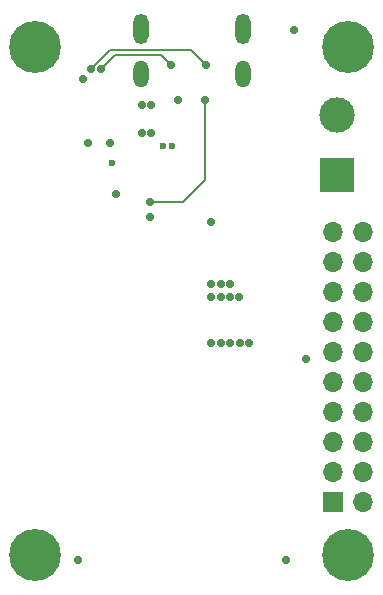
<source format=gbr>
%TF.GenerationSoftware,KiCad,Pcbnew,8.0.6*%
%TF.CreationDate,2024-11-24T23:38:19+01:00*%
%TF.ProjectId,ecad,65636164-2e6b-4696-9361-645f70636258,rev?*%
%TF.SameCoordinates,Original*%
%TF.FileFunction,Copper,L4,Bot*%
%TF.FilePolarity,Positive*%
%FSLAX46Y46*%
G04 Gerber Fmt 4.6, Leading zero omitted, Abs format (unit mm)*
G04 Created by KiCad (PCBNEW 8.0.6) date 2024-11-24 23:38:19*
%MOMM*%
%LPD*%
G01*
G04 APERTURE LIST*
%TA.AperFunction,ComponentPad*%
%ADD10R,3.000000X3.000000*%
%TD*%
%TA.AperFunction,ComponentPad*%
%ADD11C,3.000000*%
%TD*%
%TA.AperFunction,ComponentPad*%
%ADD12C,2.600000*%
%TD*%
%TA.AperFunction,ConnectorPad*%
%ADD13C,4.400000*%
%TD*%
%TA.AperFunction,ComponentPad*%
%ADD14O,1.300000X2.300000*%
%TD*%
%TA.AperFunction,ComponentPad*%
%ADD15O,1.300000X2.600000*%
%TD*%
%TA.AperFunction,ComponentPad*%
%ADD16R,1.700000X1.700000*%
%TD*%
%TA.AperFunction,ComponentPad*%
%ADD17O,1.700000X1.700000*%
%TD*%
%TA.AperFunction,ViaPad*%
%ADD18C,0.700000*%
%TD*%
%TA.AperFunction,ViaPad*%
%ADD19C,0.600000*%
%TD*%
%TA.AperFunction,Conductor*%
%ADD20C,0.200000*%
%TD*%
G04 APERTURE END LIST*
D10*
%TO.P,J3,1,Pin_1*%
%TO.N,VCC*%
X116900000Y-161015000D03*
D11*
%TO.P,J3,2,Pin_2*%
%TO.N,GND*%
X116900000Y-155935000D03*
%TD*%
D12*
%TO.P,H2,1*%
%TO.N,N/C*%
X91300000Y-193175000D03*
D13*
X91300000Y-193175000D03*
%TD*%
D12*
%TO.P,H4,1*%
%TO.N,N/C*%
X91300000Y-150175000D03*
D13*
X91300000Y-150175000D03*
%TD*%
D12*
%TO.P,H3,1*%
%TO.N,N/C*%
X117800000Y-150175000D03*
D13*
X117800000Y-150175000D03*
%TD*%
D12*
%TO.P,H1,1*%
%TO.N,N/C*%
X117800000Y-193175000D03*
D13*
X117800000Y-193175000D03*
%TD*%
D14*
%TO.P,J1,S1,SHIELD*%
%TO.N,GND*%
X108870000Y-152485000D03*
D15*
X108870000Y-148660000D03*
D14*
X100230000Y-152485000D03*
D15*
X100230000Y-148660000D03*
%TD*%
D16*
%TO.P,J4,1,Pin_1*%
%TO.N,unconnected-(J4-Pin_1-Pad1)*%
X116510000Y-188725000D03*
D17*
%TO.P,J4,2,Pin_2*%
%TO.N,unconnected-(J4-Pin_2-Pad2)*%
X119050000Y-188725000D03*
%TO.P,J4,3,Pin_3*%
%TO.N,unconnected-(J4-Pin_3-Pad3)*%
X116510000Y-186185000D03*
%TO.P,J4,4,Pin_4*%
%TO.N,unconnected-(J4-Pin_4-Pad4)*%
X119050000Y-186185000D03*
%TO.P,J4,5,Pin_5*%
%TO.N,unconnected-(J4-Pin_5-Pad5)*%
X116510000Y-183645000D03*
%TO.P,J4,6,Pin_6*%
%TO.N,unconnected-(J4-Pin_6-Pad6)*%
X119050000Y-183645000D03*
%TO.P,J4,7,Pin_7*%
%TO.N,unconnected-(J4-Pin_7-Pad7)*%
X116510000Y-181105000D03*
%TO.P,J4,8,Pin_8*%
%TO.N,unconnected-(J4-Pin_8-Pad8)*%
X119050000Y-181105000D03*
%TO.P,J4,9,Pin_9*%
%TO.N,unconnected-(J4-Pin_9-Pad9)*%
X116510000Y-178565000D03*
%TO.P,J4,10,Pin_10*%
%TO.N,unconnected-(J4-Pin_10-Pad10)*%
X119050000Y-178565000D03*
%TO.P,J4,11,Pin_11*%
%TO.N,unconnected-(J4-Pin_11-Pad11)*%
X116510000Y-176025000D03*
%TO.P,J4,12,Pin_12*%
%TO.N,unconnected-(J4-Pin_12-Pad12)*%
X119050000Y-176025000D03*
%TO.P,J4,13,Pin_13*%
%TO.N,unconnected-(J4-Pin_13-Pad13)*%
X116510000Y-173485000D03*
%TO.P,J4,14,Pin_14*%
%TO.N,unconnected-(J4-Pin_14-Pad14)*%
X119050000Y-173485000D03*
%TO.P,J4,15,Pin_15*%
%TO.N,unconnected-(J4-Pin_15-Pad15)*%
X116510000Y-170945000D03*
%TO.P,J4,16,Pin_16*%
%TO.N,unconnected-(J4-Pin_16-Pad16)*%
X119050000Y-170945000D03*
%TO.P,J4,17,Pin_17*%
%TO.N,unconnected-(J4-Pin_17-Pad17)*%
X116510000Y-168405000D03*
%TO.P,J4,18,Pin_18*%
%TO.N,unconnected-(J4-Pin_18-Pad18)*%
X119050000Y-168405000D03*
%TO.P,J4,19,Pin_19*%
%TO.N,unconnected-(J4-Pin_19-Pad19)*%
X116510000Y-165865000D03*
%TO.P,J4,20,Pin_20*%
%TO.N,unconnected-(J4-Pin_20-Pad20)*%
X119050000Y-165865000D03*
%TD*%
D18*
%TO.N,GND*%
X94950000Y-193575000D03*
X112550000Y-193575000D03*
D19*
X97800000Y-159975000D03*
D18*
X107800000Y-171375000D03*
X97600000Y-158325000D03*
X106200000Y-165025000D03*
X100350000Y-155125000D03*
X107000000Y-170275000D03*
X108600000Y-171375000D03*
X107800000Y-170275000D03*
X101150000Y-157425000D03*
X95349999Y-152878907D03*
X113200000Y-148775000D03*
X100350000Y-157425000D03*
X95800000Y-158325000D03*
X98165000Y-162625000D03*
X106200000Y-170275000D03*
X101150000Y-155125000D03*
X107000000Y-171375000D03*
X114200000Y-176625000D03*
X106200000Y-171375000D03*
X101000000Y-164575000D03*
X103400000Y-154675000D03*
%TO.N,+3V3*%
X107825000Y-175250000D03*
X107025000Y-175250000D03*
X108625000Y-175250000D03*
X106225000Y-175250000D03*
X109425000Y-175250000D03*
%TO.N,Net-(J1-CC2)*%
X96909620Y-152034620D03*
X102800000Y-151675000D03*
%TO.N,Net-(J1-CC1)*%
X96000000Y-152025000D03*
X105800000Y-151690000D03*
%TO.N,Net-(U2-OTP)*%
X105700000Y-154675000D03*
X101050000Y-163325000D03*
D19*
%TO.N,Net-(U2-SDA)*%
X102899994Y-158578458D03*
%TO.N,Net-(U2-SCL)*%
X102100000Y-158575000D03*
%TD*%
D20*
%TO.N,Net-(J1-CC2)*%
X102000000Y-150875000D02*
X102800000Y-151675000D01*
X96909620Y-152034620D02*
X98069240Y-150875000D01*
X98069240Y-150875000D02*
X102000000Y-150875000D01*
%TO.N,Net-(J1-CC1)*%
X97600000Y-150425000D02*
X96000000Y-152025000D01*
X104535000Y-150425000D02*
X97600000Y-150425000D01*
X105800000Y-151690000D02*
X104535000Y-150425000D01*
%TO.N,Net-(U2-OTP)*%
X103850000Y-163325000D02*
X105700000Y-161475000D01*
X105700000Y-161475000D02*
X105700000Y-154675000D01*
X101050000Y-163325000D02*
X103850000Y-163325000D01*
%TD*%
M02*

</source>
